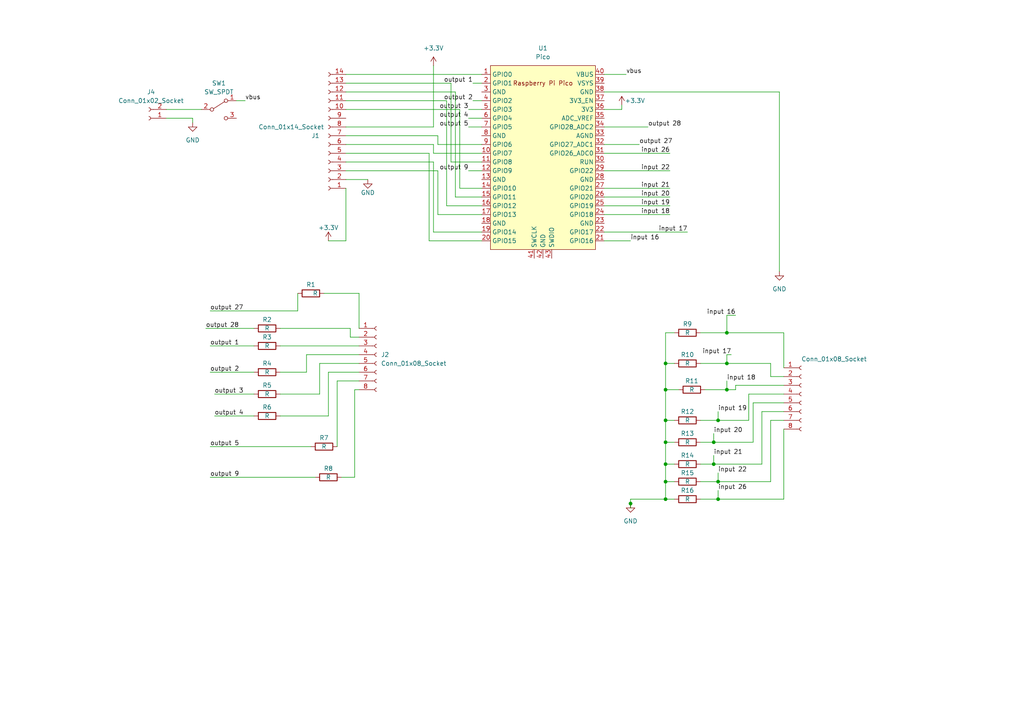
<source format=kicad_sch>
(kicad_sch (version 20230121) (generator eeschema)
  (paper "A4")
  (lib_symbols
    (symbol "Connector:Conn_01x02_Socket" (pin_names (offset 1.016) hide)
      (property "Reference" "J" (at 0 2.54 0))
      (property "Value" "Conn_01x02_Socket" (at 0 -5.08 0))
      (symbol "Conn_01x02_Socket_1_1"
        (arc (start 0 -2.032) (mid -0.5058 -2.54) (end 0 -3.048) (stroke (width 0.1524)))
        (polyline (pts (xy -1.27 -2.54) (xy -0.508 -2.54)) (stroke (width 0.1524)))
        (polyline (pts (xy -1.27 0) (xy -0.508 0)) (stroke (width 0.1524)))
        (arc (start 0 0.508) (mid -0.5058 0) (end 0 -0.508) (stroke (width 0.1524)))
        (pin passive line (at -5.08 0 0) (length 3.81) (name "Pin_1") (number "1"))
        (pin passive line (at -5.08 -2.54 0) (length 3.81) (name "Pin_2") (number "2"))
      )
    )
    (symbol "Connector:Conn_01x08_Socket" (pin_names (offset 1.016) hide)
      (property "Reference" "J" (at 0 10.16 0))
      (property "Value" "Conn_01x08_Socket" (at 0 -12.7 0))
      (symbol "Conn_01x08_Socket_1_1"
        (arc (start 0 -9.652) (mid -0.5058 -10.16) (end 0 -10.668) (stroke (width 0.1524)))
        (arc (start 0 -7.112) (mid -0.5058 -7.62) (end 0 -8.128) (stroke (width 0.1524)))
        (arc (start 0 -4.572) (mid -0.5058 -5.08) (end 0 -5.588) (stroke (width 0.1524)))
        (arc (start 0 -2.032) (mid -0.5058 -2.54) (end 0 -3.048) (stroke (width 0.1524)))
        (polyline (pts (xy -1.27 -10.16) (xy -0.508 -10.16)) (stroke (width 0.1524)))
        (polyline (pts (xy -1.27 -7.62) (xy -0.508 -7.62)) (stroke (width 0.1524)))
        (polyline (pts (xy -1.27 -5.08) (xy -0.508 -5.08)) (stroke (width 0.1524)))
        (polyline (pts (xy -1.27 -2.54) (xy -0.508 -2.54)) (stroke (width 0.1524)))
        (polyline (pts (xy -1.27 0) (xy -0.508 0)) (stroke (width 0.1524)))
        (polyline (pts (xy -1.27 2.54) (xy -0.508 2.54)) (stroke (width 0.1524)))
        (polyline (pts (xy -1.27 5.08) (xy -0.508 5.08)) (stroke (width 0.1524)))
        (polyline (pts (xy -1.27 7.62) (xy -0.508 7.62)) (stroke (width 0.1524)))
        (arc (start 0 0.508) (mid -0.5058 0) (end 0 -0.508) (stroke (width 0.1524)))
        (arc (start 0 3.048) (mid -0.5058 2.54) (end 0 2.032) (stroke (width 0.1524)))
        (arc (start 0 5.588) (mid -0.5058 5.08) (end 0 4.572) (stroke (width 0.1524)))
        (arc (start 0 8.128) (mid -0.5058 7.62) (end 0 7.112) (stroke (width 0.1524)))
        (pin passive line (at -5.08 7.62 0) (length 3.81) (name "Pin_1") (number "1"))
        (pin passive line (at -5.08 5.08 0) (length 3.81) (name "Pin_2") (number "2"))
        (pin passive line (at -5.08 2.54 0) (length 3.81) (name "Pin_3") (number "3"))
        (pin passive line (at -5.08 0 0) (length 3.81) (name "Pin_4") (number "4"))
        (pin passive line (at -5.08 -2.54 0) (length 3.81) (name "Pin_5") (number "5"))
        (pin passive line (at -5.08 -5.08 0) (length 3.81) (name "Pin_6") (number "6"))
        (pin passive line (at -5.08 -7.62 0) (length 3.81) (name "Pin_7") (number "7"))
        (pin passive line (at -5.08 -10.16 0) (length 3.81) (name "Pin_8") (number "8"))
      )
    )
    (symbol "Connector:Conn_01x14_Socket" (pin_names (offset 1.016) hide)
      (property "Reference" "J" (at 0 17.78 0))
      (property "Value" "Conn_01x14_Socket" (at 0 -20.32 0))
      (symbol "Conn_01x14_Socket_1_1"
        (arc (start 0 -17.272) (mid -0.5058 -17.78) (end 0 -18.288) (stroke (width 0.1524)))
        (arc (start 0 -14.732) (mid -0.5058 -15.24) (end 0 -15.748) (stroke (width 0.1524)))
        (arc (start 0 -12.192) (mid -0.5058 -12.7) (end 0 -13.208) (stroke (width 0.1524)))
        (arc (start 0 -9.652) (mid -0.5058 -10.16) (end 0 -10.668) (stroke (width 0.1524)))
        (arc (start 0 -7.112) (mid -0.5058 -7.62) (end 0 -8.128) (stroke (width 0.1524)))
        (arc (start 0 -4.572) (mid -0.5058 -5.08) (end 0 -5.588) (stroke (width 0.1524)))
        (arc (start 0 -2.032) (mid -0.5058 -2.54) (end 0 -3.048) (stroke (width 0.1524)))
        (polyline (pts (xy -1.27 -17.78) (xy -0.508 -17.78)) (stroke (width 0.1524)))
        (polyline (pts (xy -1.27 -15.24) (xy -0.508 -15.24)) (stroke (width 0.1524)))
        (polyline (pts (xy -1.27 -12.7) (xy -0.508 -12.7)) (stroke (width 0.1524)))
        (polyline (pts (xy -1.27 -10.16) (xy -0.508 -10.16)) (stroke (width 0.1524)))
        (polyline (pts (xy -1.27 -7.62) (xy -0.508 -7.62)) (stroke (width 0.1524)))
        (polyline (pts (xy -1.27 -5.08) (xy -0.508 -5.08)) (stroke (width 0.1524)))
        (polyline (pts (xy -1.27 -2.54) (xy -0.508 -2.54)) (stroke (width 0.1524)))
        (polyline (pts (xy -1.27 0) (xy -0.508 0)) (stroke (width 0.1524)))
        (polyline (pts (xy -1.27 2.54) (xy -0.508 2.54)) (stroke (width 0.1524)))
        (polyline (pts (xy -1.27 5.08) (xy -0.508 5.08)) (stroke (width 0.1524)))
        (polyline (pts (xy -1.27 7.62) (xy -0.508 7.62)) (stroke (width 0.1524)))
        (polyline (pts (xy -1.27 10.16) (xy -0.508 10.16)) (stroke (width 0.1524)))
        (polyline (pts (xy -1.27 12.7) (xy -0.508 12.7)) (stroke (width 0.1524)))
        (polyline (pts (xy -1.27 15.24) (xy -0.508 15.24)) (stroke (width 0.1524)))
        (arc (start 0 0.508) (mid -0.5058 0) (end 0 -0.508) (stroke (width 0.1524)))
        (arc (start 0 3.048) (mid -0.5058 2.54) (end 0 2.032) (stroke (width 0.1524)))
        (arc (start 0 5.588) (mid -0.5058 5.08) (end 0 4.572) (stroke (width 0.1524)))
        (arc (start 0 8.128) (mid -0.5058 7.62) (end 0 7.112) (stroke (width 0.1524)))
        (arc (start 0 10.668) (mid -0.5058 10.16) (end 0 9.652) (stroke (width 0.1524)))
        (arc (start 0 13.208) (mid -0.5058 12.7) (end 0 12.192) (stroke (width 0.1524)))
        (arc (start 0 15.748) (mid -0.5058 15.24) (end 0 14.732) (stroke (width 0.1524)))
        (pin passive line (at -5.08 15.24 0) (length 3.81) (name "Pin_1") (number "1"))
        (pin passive line (at -5.08 -7.62 0) (length 3.81) (name "Pin_10") (number "10"))
        (pin passive line (at -5.08 -10.16 0) (length 3.81) (name "Pin_11") (number "11"))
        (pin passive line (at -5.08 -12.7 0) (length 3.81) (name "Pin_12") (number "12"))
        (pin passive line (at -5.08 -15.24 0) (length 3.81) (name "Pin_13") (number "13"))
        (pin passive line (at -5.08 -17.78 0) (length 3.81) (name "Pin_14") (number "14"))
        (pin passive line (at -5.08 12.7 0) (length 3.81) (name "Pin_2") (number "2"))
        (pin passive line (at -5.08 10.16 0) (length 3.81) (name "Pin_3") (number "3"))
        (pin passive line (at -5.08 7.62 0) (length 3.81) (name "Pin_4") (number "4"))
        (pin passive line (at -5.08 5.08 0) (length 3.81) (name "Pin_5") (number "5"))
        (pin passive line (at -5.08 2.54 0) (length 3.81) (name "Pin_6") (number "6"))
        (pin passive line (at -5.08 0 0) (length 3.81) (name "Pin_7") (number "7"))
        (pin passive line (at -5.08 -2.54 0) (length 3.81) (name "Pin_8") (number "8"))
        (pin passive line (at -5.08 -5.08 0) (length 3.81) (name "Pin_9") (number "9"))
      )
    )
    (symbol "Device:R" (pin_numbers hide) (pin_names (offset 0))
      (property "Reference" "R" (at 2.032 0 90))
      (property "Value" "R" (at 0 0 90))
      (symbol "R_0_1"
        (rectangle (start -1.016 -2.54) (end 1.016 2.54) (stroke (width 0.254)))
      )
      (symbol "R_1_1"
        (pin passive line (at 0 3.81 270) (length 1.27) (name "~") (number "1"))
        (pin passive line (at 0 -3.81 90) (length 1.27) (name "~") (number "2"))
      )
    )
    (symbol "PiPico:Pico"
      (property "Reference" "U" (at -13.97 27.94 0))
      (property "Value" "Pico" (at 0 19.05 0))
      (symbol "Pico_0_0"
        (text "Raspberry Pi Pico" (at 0 21.59 0) (effects (font (size 1.27 1.27))))
      )
      (symbol "Pico_0_1"
        (rectangle (start -15.24 26.67) (end 15.24 -26.67) (fill (type background)))
      )
      (symbol "Pico_1_1"
        (pin bidirectional line (at -17.78 24.13 0) (length 2.54) (name "GPIO0") (number "1"))
        (pin bidirectional line (at -17.78 1.27 0) (length 2.54) (name "GPIO7") (number "10"))
        (pin bidirectional line (at -17.78 -1.27 0) (length 2.54) (name "GPIO8") (number "11"))
        (pin bidirectional line (at -17.78 -3.81 0) (length 2.54) (name "GPIO9") (number "12"))
        (pin power_in line (at -17.78 -6.35 0) (length 2.54) (name "GND") (number "13"))
        (pin bidirectional line (at -17.78 -8.89 0) (length 2.54) (name "GPIO10") (number "14"))
        (pin bidirectional line (at -17.78 -11.43 0) (length 2.54) (name "GPIO11") (number "15"))
        (pin bidirectional line (at -17.78 -13.97 0) (length 2.54) (name "GPIO12") (number "16"))
        (pin bidirectional line (at -17.78 -16.51 0) (length 2.54) (name "GPIO13") (number "17"))
        (pin power_in line (at -17.78 -19.05 0) (length 2.54) (name "GND") (number "18"))
        (pin bidirectional line (at -17.78 -21.59 0) (length 2.54) (name "GPIO14") (number "19"))
        (pin bidirectional line (at -17.78 21.59 0) (length 2.54) (name "GPIO1") (number "2"))
        (pin bidirectional line (at -17.78 -24.13 0) (length 2.54) (name "GPIO15") (number "20"))
        (pin bidirectional line (at 17.78 -24.13 180) (length 2.54) (name "GPIO16") (number "21"))
        (pin bidirectional line (at 17.78 -21.59 180) (length 2.54) (name "GPIO17") (number "22"))
        (pin power_in line (at 17.78 -19.05 180) (length 2.54) (name "GND") (number "23"))
        (pin bidirectional line (at 17.78 -16.51 180) (length 2.54) (name "GPIO18") (number "24"))
        (pin bidirectional line (at 17.78 -13.97 180) (length 2.54) (name "GPIO19") (number "25"))
        (pin bidirectional line (at 17.78 -11.43 180) (length 2.54) (name "GPIO20") (number "26"))
        (pin bidirectional line (at 17.78 -8.89 180) (length 2.54) (name "GPIO21") (number "27"))
        (pin power_in line (at 17.78 -6.35 180) (length 2.54) (name "GND") (number "28"))
        (pin bidirectional line (at 17.78 -3.81 180) (length 2.54) (name "GPIO22") (number "29"))
        (pin power_in line (at -17.78 19.05 0) (length 2.54) (name "GND") (number "3"))
        (pin input line (at 17.78 -1.27 180) (length 2.54) (name "RUN") (number "30"))
        (pin bidirectional line (at 17.78 1.27 180) (length 2.54) (name "GPIO26_ADC0") (number "31"))
        (pin bidirectional line (at 17.78 3.81 180) (length 2.54) (name "GPIO27_ADC1") (number "32"))
        (pin power_in line (at 17.78 6.35 180) (length 2.54) (name "AGND") (number "33"))
        (pin bidirectional line (at 17.78 8.89 180) (length 2.54) (name "GPIO28_ADC2") (number "34"))
        (pin power_in line (at 17.78 11.43 180) (length 2.54) (name "ADC_VREF") (number "35"))
        (pin power_in line (at 17.78 13.97 180) (length 2.54) (name "3V3") (number "36"))
        (pin input line (at 17.78 16.51 180) (length 2.54) (name "3V3_EN") (number "37"))
        (pin bidirectional line (at 17.78 19.05 180) (length 2.54) (name "GND") (number "38"))
        (pin power_in line (at 17.78 21.59 180) (length 2.54) (name "VSYS") (number "39"))
        (pin bidirectional line (at -17.78 16.51 0) (length 2.54) (name "GPIO2") (number "4"))
        (pin power_in line (at 17.78 24.13 180) (length 2.54) (name "VBUS") (number "40"))
        (pin input line (at -2.54 -29.21 90) (length 2.54) (name "SWCLK") (number "41"))
        (pin power_in line (at 0 -29.21 90) (length 2.54) (name "GND") (number "42"))
        (pin bidirectional line (at 2.54 -29.21 90) (length 2.54) (name "SWDIO") (number "43"))
        (pin bidirectional line (at -17.78 13.97 0) (length 2.54) (name "GPIO3") (number "5"))
        (pin bidirectional line (at -17.78 11.43 0) (length 2.54) (name "GPIO4") (number "6"))
        (pin bidirectional line (at -17.78 8.89 0) (length 2.54) (name "GPIO5") (number "7"))
        (pin power_in line (at -17.78 6.35 0) (length 2.54) (name "GND") (number "8"))
        (pin bidirectional line (at -17.78 3.81 0) (length 2.54) (name "GPIO6") (number "9"))
      )
    )
    (symbol "Switch:SW_SPDT" (pin_names (offset 0) hide)
      (property "Reference" "SW" (at 0 4.318 0))
      (property "Value" "SW_SPDT" (at 0 -5.08 0))
      (symbol "SW_SPDT_0_0"
        (circle (center -2.032 0) (radius 0.508))
        (circle (center 2.032 -2.54) (radius 0.508))
      )
      (symbol "SW_SPDT_0_1"
        (polyline (pts (xy -1.524 0.254) (xy 1.651 2.286)))
        (circle (center 2.032 2.54) (radius 0.508))
      )
      (symbol "SW_SPDT_1_1"
        (pin passive line (at 5.08 2.54 180) (length 2.54) (name "A") (number "1"))
        (pin passive line (at -5.08 0 0) (length 2.54) (name "B") (number "2"))
        (pin passive line (at 5.08 -2.54 180) (length 2.54) (name "C") (number "3"))
      )
    )
    (symbol "power:+3.3V" (power) (pin_names (offset 0))
      (property "Value" "+3.3V" (at 0 3.556 0))
      (symbol "+3.3V_0_1"
        (polyline (pts (xy -0.762 1.27) (xy 0 2.54)))
        (polyline (pts (xy 0 0) (xy 0 2.54)))
        (polyline (pts (xy 0 2.54) (xy 0.762 1.27)))
      )
      (symbol "+3.3V_1_1"
        (pin power_in line (at 0 0 90) (length 0) hide (name "+3.3V") (number "1"))
      )
    )
    (symbol "power:GND" (power) (pin_names (offset 0))
      (property "Value" "GND" (at 0 -3.81 0))
      (symbol "GND_0_1"
        (polyline (pts (xy 0 0) (xy 0 -1.27) (xy 1.27 -1.27) (xy 0 -2.54) (xy -1.27 -1.27) (xy 0 -1.27)))
      )
      (symbol "GND_1_1"
        (pin power_in line (at 0 0 270) (length 0) hide (name "GND") (number "1"))
      )
    )
  )
  (junction (at 208.28 121.92))
  (junction (at 210.82 113.03))
  (junction (at 193.04 134.62))
  (junction (at 193.04 139.7))
  (junction (at 208.28 144.78))
  (junction (at 207.01 128.27))
  (junction (at 207.01 134.62))
  (junction (at 210.82 96.52))
  (junction (at 182.88 146.05))
  (junction (at 193.04 128.27))
  (junction (at 193.04 144.78))
  (junction (at 193.04 121.92))
  (junction (at 208.28 139.7))
  (junction (at 193.04 105.41))
  (junction (at 193.04 113.03))
  (junction (at 210.82 105.41))
  (wire (pts (xy 68.58 29.21) (xy 71.12 29.21)))
  (wire (pts (xy 175.26 57.15) (xy 194.31 57.15)))
  (wire (pts (xy 139.7 67.31) (xy 125.73 67.31)))
  (wire (pts (xy 182.88 144.78) (xy 182.88 146.05)))
  (wire (pts (xy 60.96 107.95) (xy 73.66 107.95)))
  (wire (pts (xy 175.26 54.61) (xy 194.31 54.61)))
  (wire (pts (xy 210.82 110.49) (xy 210.82 113.03)))
  (wire (pts (xy 135.89 49.53) (xy 139.7 49.53)))
  (wire (pts (xy 95.25 120.65) (xy 81.28 120.65)))
  (wire (pts (xy 139.7 69.85) (xy 124.46 69.85)))
  (wire (pts (xy 104.14 113.03) (xy 102.87 113.03)))
  (wire (pts (xy 104.14 95.25) (xy 104.14 85.09)))
  (wire (pts (xy 193.04 105.41) (xy 193.04 113.03)))
  (wire (pts (xy 223.52 105.41) (xy 210.82 105.41)))
  (wire (pts (xy 175.26 59.69) (xy 194.31 59.69)))
  (wire (pts (xy 193.04 128.27) (xy 193.04 134.62)))
  (wire (pts (xy 227.33 116.84) (xy 218.44 116.84)))
  (wire (pts (xy 180.34 30.48) (xy 180.34 31.75)))
  (wire (pts (xy 48.26 31.75) (xy 58.42 31.75)))
  (wire (pts (xy 62.23 114.3) (xy 73.66 114.3)))
  (wire (pts (xy 88.9 102.87) (xy 88.9 107.95)))
  (wire (pts (xy 139.7 59.69) (xy 129.54 59.69)))
  (wire (pts (xy 100.33 54.61) (xy 100.33 69.85)))
  (wire (pts (xy 193.04 96.52) (xy 193.04 105.41)))
  (wire (pts (xy 125.73 41.91) (xy 100.33 41.91)))
  (wire (pts (xy 139.7 54.61) (xy 133.35 54.61)))
  (wire (pts (xy 104.14 100.33) (xy 81.28 100.33)))
  (wire (pts (xy 175.26 62.23) (xy 194.31 62.23)))
  (wire (pts (xy 100.33 69.85) (xy 95.25 69.85)))
  (wire (pts (xy 175.26 67.31) (xy 199.39 67.31)))
  (wire (pts (xy 127 39.37) (xy 100.33 39.37)))
  (wire (pts (xy 139.7 41.91) (xy 127 41.91)))
  (wire (pts (xy 133.35 54.61) (xy 133.35 31.75)))
  (wire (pts (xy 60.96 100.33) (xy 73.66 100.33)))
  (wire (pts (xy 212.09 102.87) (xy 210.82 102.87)))
  (wire (pts (xy 60.96 90.17) (xy 86.36 90.17)))
  (wire (pts (xy 175.26 49.53) (xy 194.31 49.53)))
  (wire (pts (xy 127 41.91) (xy 127 39.37)))
  (wire (pts (xy 226.06 26.67) (xy 175.26 26.67)))
  (wire (pts (xy 175.26 36.83) (xy 187.96 36.83)))
  (wire (pts (xy 100.33 36.83) (xy 125.73 36.83)))
  (wire (pts (xy 81.28 107.95) (xy 88.9 107.95)))
  (wire (pts (xy 129.54 29.21) (xy 100.33 29.21)))
  (wire (pts (xy 210.82 96.52) (xy 203.2 96.52)))
  (wire (pts (xy 208.28 137.16) (xy 208.28 139.7)))
  (wire (pts (xy 223.52 109.22) (xy 223.52 105.41)))
  (wire (pts (xy 227.33 144.78) (xy 208.28 144.78)))
  (wire (pts (xy 227.33 124.46) (xy 227.33 144.78)))
  (wire (pts (xy 127 49.53) (xy 100.33 49.53)))
  (wire (pts (xy 208.28 144.78) (xy 203.2 144.78)))
  (wire (pts (xy 55.88 34.29) (xy 55.88 35.56)))
  (wire (pts (xy 175.26 69.85) (xy 182.88 69.85)))
  (wire (pts (xy 210.82 113.03) (xy 213.36 113.03)))
  (wire (pts (xy 62.23 120.65) (xy 73.66 120.65)))
  (wire (pts (xy 193.04 144.78) (xy 182.88 144.78)))
  (wire (pts (xy 59.69 95.25) (xy 73.66 95.25)))
  (wire (pts (xy 175.26 21.59) (xy 181.61 21.59)))
  (wire (pts (xy 195.58 96.52) (xy 193.04 96.52)))
  (wire (pts (xy 227.33 114.3) (xy 217.17 114.3)))
  (wire (pts (xy 208.28 121.92) (xy 203.2 121.92)))
  (wire (pts (xy 139.7 62.23) (xy 127 62.23)))
  (wire (pts (xy 127 62.23) (xy 127 49.53)))
  (wire (pts (xy 213.36 111.76) (xy 227.33 111.76)))
  (wire (pts (xy 139.7 44.45) (xy 125.73 44.45)))
  (wire (pts (xy 133.35 31.75) (xy 100.33 31.75)))
  (wire (pts (xy 135.89 31.75) (xy 139.7 31.75)))
  (wire (pts (xy 226.06 26.67) (xy 226.06 78.74)))
  (wire (pts (xy 195.58 134.62) (xy 193.04 134.62)))
  (wire (pts (xy 223.52 139.7) (xy 208.28 139.7)))
  (wire (pts (xy 220.98 134.62) (xy 207.01 134.62)))
  (wire (pts (xy 210.82 91.44) (xy 210.82 96.52)))
  (wire (pts (xy 129.54 59.69) (xy 129.54 29.21)))
  (wire (pts (xy 213.36 113.03) (xy 213.36 111.76)))
  (wire (pts (xy 97.79 110.49) (xy 97.79 129.54)))
  (wire (pts (xy 175.26 44.45) (xy 194.31 44.45)))
  (wire (pts (xy 48.26 34.29) (xy 55.88 34.29)))
  (wire (pts (xy 106.68 52.07) (xy 100.33 52.07)))
  (wire (pts (xy 207.01 128.27) (xy 203.2 128.27)))
  (wire (pts (xy 227.33 119.38) (xy 220.98 119.38)))
  (wire (pts (xy 207.01 132.08) (xy 207.01 134.62)))
  (wire (pts (xy 195.58 121.92) (xy 193.04 121.92)))
  (wire (pts (xy 227.33 96.52) (xy 210.82 96.52)))
  (wire (pts (xy 217.17 114.3) (xy 217.17 121.92)))
  (wire (pts (xy 100.33 21.59) (xy 139.7 21.59)))
  (wire (pts (xy 137.16 24.13) (xy 139.7 24.13)))
  (wire (pts (xy 92.71 114.3) (xy 81.28 114.3)))
  (wire (pts (xy 130.81 46.99) (xy 130.81 24.13)))
  (wire (pts (xy 104.14 97.79) (xy 101.6 97.79)))
  (wire (pts (xy 182.88 147.32) (xy 182.88 146.05)))
  (wire (pts (xy 135.89 34.29) (xy 139.7 34.29)))
  (wire (pts (xy 92.71 105.41) (xy 92.71 114.3)))
  (wire (pts (xy 218.44 128.27) (xy 207.01 128.27)))
  (wire (pts (xy 132.08 57.15) (xy 132.08 26.67)))
  (wire (pts (xy 227.33 109.22) (xy 223.52 109.22)))
  (wire (pts (xy 193.04 121.92) (xy 193.04 128.27)))
  (wire (pts (xy 195.58 144.78) (xy 193.04 144.78)))
  (wire (pts (xy 137.16 29.21) (xy 139.7 29.21)))
  (wire (pts (xy 88.9 102.87) (xy 104.14 102.87)))
  (wire (pts (xy 218.44 116.84) (xy 218.44 128.27)))
  (wire (pts (xy 139.7 46.99) (xy 130.81 46.99)))
  (wire (pts (xy 86.36 90.17) (xy 86.36 85.09)))
  (wire (pts (xy 193.04 105.41) (xy 195.58 105.41)))
  (wire (pts (xy 193.04 139.7) (xy 193.04 144.78)))
  (wire (pts (xy 104.14 105.41) (xy 92.71 105.41)))
  (wire (pts (xy 207.01 125.73) (xy 207.01 128.27)))
  (wire (pts (xy 101.6 95.25) (xy 101.6 97.79)))
  (wire (pts (xy 195.58 139.7) (xy 193.04 139.7)))
  (wire (pts (xy 125.73 44.45) (xy 125.73 41.91)))
  (wire (pts (xy 97.79 110.49) (xy 104.14 110.49)))
  (wire (pts (xy 213.36 91.44) (xy 210.82 91.44)))
  (wire (pts (xy 220.98 119.38) (xy 220.98 134.62)))
  (wire (pts (xy 102.87 113.03) (xy 102.87 138.43)))
  (wire (pts (xy 104.14 107.95) (xy 95.25 107.95)))
  (wire (pts (xy 95.25 107.95) (xy 95.25 120.65)))
  (wire (pts (xy 227.33 121.92) (xy 223.52 121.92)))
  (wire (pts (xy 125.73 19.05) (xy 125.73 36.83)))
  (wire (pts (xy 196.85 113.03) (xy 193.04 113.03)))
  (wire (pts (xy 204.47 113.03) (xy 210.82 113.03)))
  (wire (pts (xy 102.87 138.43) (xy 99.06 138.43)))
  (wire (pts (xy 195.58 128.27) (xy 193.04 128.27)))
  (wire (pts (xy 93.98 85.09) (xy 104.14 85.09)))
  (wire (pts (xy 193.04 134.62) (xy 193.04 139.7)))
  (wire (pts (xy 125.73 67.31) (xy 125.73 46.99)))
  (wire (pts (xy 193.04 113.03) (xy 193.04 121.92)))
  (wire (pts (xy 125.73 46.99) (xy 100.33 46.99)))
  (wire (pts (xy 208.28 119.38) (xy 208.28 121.92)))
  (wire (pts (xy 130.81 24.13) (xy 100.33 24.13)))
  (wire (pts (xy 132.08 26.67) (xy 100.33 26.67)))
  (wire (pts (xy 101.6 95.25) (xy 81.28 95.25)))
  (wire (pts (xy 210.82 105.41) (xy 203.2 105.41)))
  (wire (pts (xy 217.17 121.92) (xy 208.28 121.92)))
  (wire (pts (xy 60.96 138.43) (xy 91.44 138.43)))
  (wire (pts (xy 223.52 121.92) (xy 223.52 139.7)))
  (wire (pts (xy 60.96 129.54) (xy 90.17 129.54)))
  (wire (pts (xy 208.28 142.24) (xy 208.28 144.78)))
  (wire (pts (xy 124.46 69.85) (xy 124.46 44.45)))
  (wire (pts (xy 208.28 139.7) (xy 203.2 139.7)))
  (wire (pts (xy 139.7 57.15) (xy 132.08 57.15)))
  (wire (pts (xy 175.26 41.91) (xy 185.42 41.91)))
  (wire (pts (xy 210.82 102.87) (xy 210.82 105.41)))
  (wire (pts (xy 207.01 134.62) (xy 203.2 134.62)))
  (wire (pts (xy 227.33 106.68) (xy 227.33 96.52)))
  (wire (pts (xy 180.34 31.75) (xy 175.26 31.75)))
  (wire (pts (xy 135.89 36.83) (xy 139.7 36.83)))
  (wire (pts (xy 124.46 44.45) (xy 100.33 44.45)))
  (label "output 4" (at 135.89 34.29 180))
  (label "output 27" (at 185.42 41.91 0))
  (label "input 17" (at 212.09 102.87 180))
  (label "output 3" (at 135.89 31.75 180))
  (label "input 21" (at 194.31 54.61 180))
  (label "output 9" (at 135.89 49.53 180))
  (label "input 20" (at 207.01 125.73 0))
  (label "output 28" (at 59.69 95.25 0))
  (label "output 9" (at 60.96 138.43 0))
  (label "input 22" (at 194.31 49.53 180))
  (label "output 5" (at 60.96 129.54 0))
  (label "input 18" (at 194.31 62.23 180))
  (label "input 16" (at 182.88 69.85 0))
  (label "vbus" (at 71.12 29.21 0))
  (label "output 3" (at 62.23 114.3 0))
  (label "output 1" (at 60.96 100.33 0))
  (label "input 21" (at 207.01 132.08 0))
  (label "input 19" (at 194.31 59.69 180))
  (label "input 16" (at 213.36 91.44 180))
  (label "input 22" (at 208.28 137.16 0))
  (label "output 1" (at 137.16 24.13 180))
  (label "input 17" (at 199.39 67.31 180))
  (label "input 26" (at 208.28 142.24 0))
  (label "vbus" (at 181.61 21.59 0))
  (label "output 2" (at 60.96 107.95 0))
  (label "output 28" (at 187.96 36.83 0))
  (label "output 2" (at 137.16 29.21 180))
  (label "input 19" (at 208.28 119.38 0))
  (label "input 20" (at 194.31 57.15 180))
  (label "input 18" (at 210.82 110.49 0))
  (label "output 27" (at 60.96 90.17 0))
  (label "input 26" (at 194.31 44.45 180))
  (label "output 5" (at 135.89 36.83 180))
  (label "output 4" (at 62.23 120.65 0))
  (symbol (lib_id "Switch:SW_SPDT") (at 63.5 31.75 0) (unit 1)
    (property "Reference" "SW1" (at 63.5 24.13 0))
    (property "Value" "SW_SPDT" (at 63.5 26.67 0))
    (property "Footprint" "Button_Switch_THT:SW_Slide_1P2T_CK_OS102011MS2Q" (effects hide))
  )
  (symbol (lib_id "Device:R") (at 77.47 120.65 90) (unit 1)
    (property "Reference" "R6" (at 77.47 118.11 90))
    (property "Value" "R" (at 77.47 120.65 90))
    (property "Footprint" "Resistor_SMD:R_0805_2012Metric_Pad1.20x1.40mm_HandSolder" (effects hide))
  )
  (symbol (lib_id "power:GND") (at 106.68 52.07 0) (unit 1)
    (property "Reference" "#PWR04" (effects hide))
    (property "Value" "GND" (at 106.68 55.88 0))
  )
  (symbol (lib_id "Device:R") (at 199.39 105.41 90) (unit 1)
    (property "Reference" "R10" (at 199.39 102.87 90))
    (property "Value" "R" (at 199.39 105.41 90))
    (property "Footprint" "Resistor_SMD:R_0805_2012Metric_Pad1.20x1.40mm_HandSolder" (effects hide))
  )
  (symbol (lib_id "Device:R") (at 199.39 128.27 90) (unit 1)
    (property "Reference" "R13" (at 199.39 125.73 90))
    (property "Value" "R" (at 199.39 128.27 90))
    (property "Footprint" "Resistor_SMD:R_0805_2012Metric_Pad1.20x1.40mm_HandSolder" (effects hide))
  )
  (symbol (lib_id "Device:R") (at 199.39 121.92 90) (unit 1)
    (property "Reference" "R12" (at 199.39 119.38 90))
    (property "Value" "R" (at 199.39 121.92 90))
    (property "Footprint" "Resistor_SMD:R_0805_2012Metric_Pad1.20x1.40mm_HandSolder" (effects hide))
  )
  (symbol (lib_id "Device:R") (at 199.39 139.7 90) (unit 1)
    (property "Reference" "R15" (at 199.39 137.16 90))
    (property "Value" "R" (at 199.39 139.7 90))
    (property "Footprint" "Resistor_SMD:R_0805_2012Metric_Pad1.20x1.40mm_HandSolder" (effects hide))
  )
  (symbol (lib_id "power:GND") (at 182.88 146.05 0) (unit 1)
    (property "Reference" "#PWR010" (effects hide))
    (property "Value" "GND" (at 182.88 151.13 0))
  )
  (symbol (lib_id "Device:R") (at 199.39 144.78 90) (unit 1)
    (property "Reference" "R16" (at 199.39 142.24 90))
    (property "Value" "R" (at 199.39 144.78 90))
    (property "Footprint" "Resistor_SMD:R_0805_2012Metric_Pad1.20x1.40mm_HandSolder" (effects hide))
  )
  (symbol (lib_id "Device:R") (at 77.47 107.95 90) (unit 1)
    (property "Reference" "R4" (at 77.47 105.41 90))
    (property "Value" "R" (at 77.47 107.95 90))
    (property "Footprint" "Resistor_SMD:R_0805_2012Metric_Pad1.20x1.40mm_HandSolder" (effects hide))
  )
  (symbol (lib_id "PiPico:Pico") (at 157.48 45.72 0) (unit 1)
    (property "Reference" "U1" (at 157.48 13.97 0))
    (property "Value" "Pico" (at 157.48 16.51 0))
    (property "Footprint" "PiPico:RPi_Pico_SMD_TH" (effects hide))
  )
  (symbol (lib_id "Connector:Conn_01x02_Socket") (at 43.18 34.29 180) (unit 1)
    (property "Reference" "J4" (at 43.815 26.67 0))
    (property "Value" "Conn_01x02_Socket" (at 43.815 29.21 0))
    (property "Footprint" "Connector_JST:JST_XH_B2B-XH-AM_1x02_P2.50mm_Vertical" (effects hide))
  )
  (symbol (lib_id "Connector:Conn_01x08_Socket") (at 232.41 114.3 0) (unit 1)
    (property "Reference" "J3" (effects hide))
    (property "Value" "Conn_01x08_Socket" (at 232.41 104.14 0) (effects (justify left)))
    (property "Footprint" "Connector_PinSocket_2.54mm:PinSocket_1x08_P2.54mm_Vertical" (effects hide))
  )
  (symbol (lib_id "power:+3.3V") (at 125.73 19.05 0) (unit 1)
    (property "Reference" "#PWR01" (effects hide))
    (property "Value" "+3.3V" (at 125.73 13.97 0))
  )
  (symbol (lib_id "Device:R") (at 77.47 100.33 90) (unit 1)
    (property "Reference" "R3" (at 77.47 97.79 90))
    (property "Value" "R" (at 77.47 100.33 90))
    (property "Footprint" "Resistor_SMD:R_0805_2012Metric_Pad1.20x1.40mm_HandSolder" (effects hide))
  )
  (symbol (lib_id "Device:R") (at 93.98 129.54 90) (unit 1)
    (property "Reference" "R7" (at 93.98 127 90))
    (property "Value" "R" (at 93.98 129.54 90))
    (property "Footprint" "Resistor_SMD:R_0805_2012Metric_Pad1.20x1.40mm_HandSolder" (effects hide))
  )
  (symbol (lib_id "Device:R") (at 95.25 138.43 90) (unit 1)
    (property "Reference" "R8" (at 95.25 135.89 90))
    (property "Value" "R" (at 95.25 138.43 90))
    (property "Footprint" "Resistor_SMD:R_0805_2012Metric_Pad1.20x1.40mm_HandSolder" (effects hide))
  )
  (symbol (lib_id "Device:R") (at 77.47 95.25 90) (unit 1)
    (property "Reference" "R2" (at 77.47 92.71 90))
    (property "Value" "R" (at 77.47 95.25 90))
    (property "Footprint" "Resistor_SMD:R_0805_2012Metric_Pad1.20x1.40mm_HandSolder" (effects hide))
  )
  (symbol (lib_id "Device:R") (at 199.39 134.62 90) (unit 1)
    (property "Reference" "R14" (at 199.39 132.08 90))
    (property "Value" "R" (at 199.39 134.62 90))
    (property "Footprint" "Resistor_SMD:R_0805_2012Metric_Pad1.20x1.40mm_HandSolder" (effects hide))
  )
  (symbol (lib_id "Device:R") (at 90.17 85.09 90) (unit 1)
    (property "Reference" "R1" (at 90.17 82.55 90))
    (property "Value" "R" (at 91.44 85.09 90))
    (property "Footprint" "Resistor_SMD:R_0805_2012Metric_Pad1.20x1.40mm_HandSolder" (effects hide))
  )
  (symbol (lib_id "Connector:Conn_01x14_Socket") (at 95.25 39.37 180) (unit 1)
    (property "Reference" "J1" (at 92.71 39.37 0) (effects (justify left)))
    (property "Value" "Conn_01x14_Socket" (at 93.98 36.83 0) (effects (justify left)))
    (property "Footprint" "Connector_PinSocket_2.54mm:PinSocket_1x14_P2.54mm_Vertical" (effects hide))
  )
  (symbol (lib_id "power:GND") (at 226.06 78.74 0) (unit 1)
    (property "Reference" "#PWR03" (effects hide))
    (property "Value" "GND" (at 226.06 83.82 0))
  )
  (symbol (lib_id "power:+3.3V") (at 95.25 69.85 0) (unit 1)
    (property "Reference" "#PWR02" (effects hide))
    (property "Value" "+3.3V" (at 95.25 66.04 0))
  )
  (symbol (lib_id "power:GND") (at 55.88 35.56 0) (unit 1)
    (property "Reference" "#PWR06" (effects hide))
    (property "Value" "GND" (at 55.88 40.64 0))
  )
  (symbol (lib_id "Connector:Conn_01x08_Socket") (at 109.22 102.87 0) (unit 1)
    (property "Reference" "J2" (at 110.49 102.87 0) (effects (justify left)))
    (property "Value" "Conn_01x08_Socket" (at 110.49 105.41 0) (effects (justify left)))
    (property "Footprint" "Connector_PinSocket_2.54mm:PinSocket_1x08_P2.54mm_Vertical" (effects hide))
  )
  (symbol (lib_id "Device:R") (at 200.66 113.03 90) (unit 1)
    (property "Reference" "R11" (at 200.66 110.49 90))
    (property "Value" "R" (at 200.66 113.03 90))
    (property "Footprint" "Resistor_SMD:R_0805_2012Metric_Pad1.20x1.40mm_HandSolder" (effects hide))
  )
  (symbol (lib_id "Device:R") (at 199.39 96.52 90) (unit 1)
    (property "Reference" "R9" (at 199.39 93.98 90))
    (property "Value" "R" (at 199.39 96.52 90))
    (property "Footprint" "Resistor_SMD:R_0805_2012Metric_Pad1.20x1.40mm_HandSolder" (effects hide))
  )
  (symbol (lib_id "Device:R") (at 77.47 114.3 90) (unit 1)
    (property "Reference" "R5" (at 77.47 111.76 90))
    (property "Value" "R" (at 77.47 114.3 90))
    (property "Footprint" "Resistor_SMD:R_0805_2012Metric_Pad1.20x1.40mm_HandSolder" (effects hide))
  )
  (symbol (lib_id "power:+3.3V") (at 180.34 30.48 0) (unit 1)
    (property "Reference" "#PWR05" (effects hide))
    (property "Value" "+3.3V" (at 184.15 29.21 0))
  )
)
</source>
